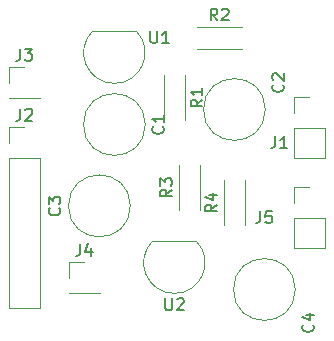
<source format=gbr>
%TF.GenerationSoftware,KiCad,Pcbnew,(5.1.12)-1*%
%TF.CreationDate,2021-11-26T11:14:42+00:00*%
%TF.ProjectId,pepega v.01,70657065-6761-4207-962e-30312e6b6963,rev?*%
%TF.SameCoordinates,Original*%
%TF.FileFunction,Legend,Top*%
%TF.FilePolarity,Positive*%
%FSLAX46Y46*%
G04 Gerber Fmt 4.6, Leading zero omitted, Abs format (unit mm)*
G04 Created by KiCad (PCBNEW (5.1.12)-1) date 2021-11-26 11:14:42*
%MOMM*%
%LPD*%
G01*
G04 APERTURE LIST*
%ADD10C,0.120000*%
%ADD11C,0.150000*%
G04 APERTURE END LIST*
D10*
%TO.C,U2*%
X61490000Y-79430000D02*
X57890000Y-79430000D01*
X57851522Y-79441522D02*
G75*
G03*
X59690000Y-83880000I1838478J-1838478D01*
G01*
X61528478Y-79441522D02*
G75*
G02*
X59690000Y-83880000I-1838478J-1838478D01*
G01*
%TO.C,R1*%
X58770000Y-65390000D02*
X58770000Y-69230000D01*
X60610000Y-65390000D02*
X60610000Y-69230000D01*
%TO.C,U1*%
X56410000Y-61650000D02*
X52810000Y-61650000D01*
X52771522Y-61661522D02*
G75*
G03*
X54610000Y-66100000I1838478J-1838478D01*
G01*
X56448478Y-61661522D02*
G75*
G02*
X54610000Y-66100000I-1838478J-1838478D01*
G01*
%TO.C,R4*%
X65690000Y-78120000D02*
X65690000Y-74280000D01*
X63850000Y-78120000D02*
X63850000Y-74280000D01*
%TO.C,R3*%
X61880000Y-76850000D02*
X61880000Y-73010000D01*
X60040000Y-76850000D02*
X60040000Y-73010000D01*
%TO.C,R2*%
X61580000Y-63150000D02*
X65420000Y-63150000D01*
X61580000Y-61310000D02*
X65420000Y-61310000D01*
%TO.C,J5*%
X69790000Y-74870000D02*
X71120000Y-74870000D01*
X69790000Y-76200000D02*
X69790000Y-74870000D01*
X69790000Y-77470000D02*
X72450000Y-77470000D01*
X72450000Y-77470000D02*
X72450000Y-80070000D01*
X69790000Y-77470000D02*
X69790000Y-80070000D01*
X69790000Y-80070000D02*
X72450000Y-80070000D01*
%TO.C,J4*%
X50740000Y-81220000D02*
X52070000Y-81220000D01*
X50740000Y-82550000D02*
X50740000Y-81220000D01*
X50740000Y-83820000D02*
X53400000Y-83820000D01*
X53400000Y-83820000D02*
X53400000Y-83880000D01*
X50740000Y-83820000D02*
X50740000Y-83880000D01*
X50740000Y-83880000D02*
X53400000Y-83880000D01*
%TO.C,J3*%
X45660000Y-64710000D02*
X46990000Y-64710000D01*
X45660000Y-66040000D02*
X45660000Y-64710000D01*
X45660000Y-67310000D02*
X48320000Y-67310000D01*
X48320000Y-67310000D02*
X48320000Y-67370000D01*
X45660000Y-67310000D02*
X45660000Y-67370000D01*
X45660000Y-67370000D02*
X48320000Y-67370000D01*
%TO.C,J2*%
X45660000Y-69790000D02*
X46990000Y-69790000D01*
X45660000Y-71120000D02*
X45660000Y-69790000D01*
X45660000Y-72390000D02*
X48320000Y-72390000D01*
X48320000Y-72390000D02*
X48320000Y-85150000D01*
X45660000Y-72390000D02*
X45660000Y-85150000D01*
X45660000Y-85150000D02*
X48320000Y-85150000D01*
%TO.C,J1*%
X69790000Y-67250000D02*
X71120000Y-67250000D01*
X69790000Y-68580000D02*
X69790000Y-67250000D01*
X69790000Y-69850000D02*
X72450000Y-69850000D01*
X72450000Y-69850000D02*
X72450000Y-72450000D01*
X69790000Y-69850000D02*
X69790000Y-72450000D01*
X69790000Y-72450000D02*
X72450000Y-72450000D01*
%TO.C,C4*%
X69930000Y-83550000D02*
G75*
G03*
X69930000Y-83550000I-2620000J0D01*
G01*
%TO.C,C3*%
X55960000Y-76470000D02*
G75*
G03*
X55960000Y-76470000I-2620000J0D01*
G01*
%TO.C,C2*%
X67390000Y-68310000D02*
G75*
G03*
X67390000Y-68310000I-2620000J0D01*
G01*
%TO.C,C1*%
X57230000Y-69580000D02*
G75*
G03*
X57230000Y-69580000I-2620000J0D01*
G01*
%TO.C,U2*%
D11*
X58928095Y-84292380D02*
X58928095Y-85101904D01*
X58975714Y-85197142D01*
X59023333Y-85244761D01*
X59118571Y-85292380D01*
X59309047Y-85292380D01*
X59404285Y-85244761D01*
X59451904Y-85197142D01*
X59499523Y-85101904D01*
X59499523Y-84292380D01*
X59928095Y-84387619D02*
X59975714Y-84340000D01*
X60070952Y-84292380D01*
X60309047Y-84292380D01*
X60404285Y-84340000D01*
X60451904Y-84387619D01*
X60499523Y-84482857D01*
X60499523Y-84578095D01*
X60451904Y-84720952D01*
X59880476Y-85292380D01*
X60499523Y-85292380D01*
%TO.C,R1*%
X62062380Y-67476666D02*
X61586190Y-67810000D01*
X62062380Y-68048095D02*
X61062380Y-68048095D01*
X61062380Y-67667142D01*
X61110000Y-67571904D01*
X61157619Y-67524285D01*
X61252857Y-67476666D01*
X61395714Y-67476666D01*
X61490952Y-67524285D01*
X61538571Y-67571904D01*
X61586190Y-67667142D01*
X61586190Y-68048095D01*
X62062380Y-66524285D02*
X62062380Y-67095714D01*
X62062380Y-66810000D02*
X61062380Y-66810000D01*
X61205238Y-66905238D01*
X61300476Y-67000476D01*
X61348095Y-67095714D01*
%TO.C,U1*%
X57658095Y-61682380D02*
X57658095Y-62491904D01*
X57705714Y-62587142D01*
X57753333Y-62634761D01*
X57848571Y-62682380D01*
X58039047Y-62682380D01*
X58134285Y-62634761D01*
X58181904Y-62587142D01*
X58229523Y-62491904D01*
X58229523Y-61682380D01*
X59229523Y-62682380D02*
X58658095Y-62682380D01*
X58943809Y-62682380D02*
X58943809Y-61682380D01*
X58848571Y-61825238D01*
X58753333Y-61920476D01*
X58658095Y-61968095D01*
%TO.C,R4*%
X63302380Y-76366666D02*
X62826190Y-76700000D01*
X63302380Y-76938095D02*
X62302380Y-76938095D01*
X62302380Y-76557142D01*
X62350000Y-76461904D01*
X62397619Y-76414285D01*
X62492857Y-76366666D01*
X62635714Y-76366666D01*
X62730952Y-76414285D01*
X62778571Y-76461904D01*
X62826190Y-76557142D01*
X62826190Y-76938095D01*
X62635714Y-75509523D02*
X63302380Y-75509523D01*
X62254761Y-75747619D02*
X62969047Y-75985714D01*
X62969047Y-75366666D01*
%TO.C,R3*%
X59492380Y-75096666D02*
X59016190Y-75430000D01*
X59492380Y-75668095D02*
X58492380Y-75668095D01*
X58492380Y-75287142D01*
X58540000Y-75191904D01*
X58587619Y-75144285D01*
X58682857Y-75096666D01*
X58825714Y-75096666D01*
X58920952Y-75144285D01*
X58968571Y-75191904D01*
X59016190Y-75287142D01*
X59016190Y-75668095D01*
X58492380Y-74763333D02*
X58492380Y-74144285D01*
X58873333Y-74477619D01*
X58873333Y-74334761D01*
X58920952Y-74239523D01*
X58968571Y-74191904D01*
X59063809Y-74144285D01*
X59301904Y-74144285D01*
X59397142Y-74191904D01*
X59444761Y-74239523D01*
X59492380Y-74334761D01*
X59492380Y-74620476D01*
X59444761Y-74715714D01*
X59397142Y-74763333D01*
%TO.C,R2*%
X63333333Y-60762380D02*
X63000000Y-60286190D01*
X62761904Y-60762380D02*
X62761904Y-59762380D01*
X63142857Y-59762380D01*
X63238095Y-59810000D01*
X63285714Y-59857619D01*
X63333333Y-59952857D01*
X63333333Y-60095714D01*
X63285714Y-60190952D01*
X63238095Y-60238571D01*
X63142857Y-60286190D01*
X62761904Y-60286190D01*
X63714285Y-59857619D02*
X63761904Y-59810000D01*
X63857142Y-59762380D01*
X64095238Y-59762380D01*
X64190476Y-59810000D01*
X64238095Y-59857619D01*
X64285714Y-59952857D01*
X64285714Y-60048095D01*
X64238095Y-60190952D01*
X63666666Y-60762380D01*
X64285714Y-60762380D01*
%TO.C,J5*%
X66976666Y-76922380D02*
X66976666Y-77636666D01*
X66929047Y-77779523D01*
X66833809Y-77874761D01*
X66690952Y-77922380D01*
X66595714Y-77922380D01*
X67929047Y-76922380D02*
X67452857Y-76922380D01*
X67405238Y-77398571D01*
X67452857Y-77350952D01*
X67548095Y-77303333D01*
X67786190Y-77303333D01*
X67881428Y-77350952D01*
X67929047Y-77398571D01*
X67976666Y-77493809D01*
X67976666Y-77731904D01*
X67929047Y-77827142D01*
X67881428Y-77874761D01*
X67786190Y-77922380D01*
X67548095Y-77922380D01*
X67452857Y-77874761D01*
X67405238Y-77827142D01*
%TO.C,J4*%
X51736666Y-79672380D02*
X51736666Y-80386666D01*
X51689047Y-80529523D01*
X51593809Y-80624761D01*
X51450952Y-80672380D01*
X51355714Y-80672380D01*
X52641428Y-80005714D02*
X52641428Y-80672380D01*
X52403333Y-79624761D02*
X52165238Y-80339047D01*
X52784285Y-80339047D01*
%TO.C,J3*%
X46656666Y-63162380D02*
X46656666Y-63876666D01*
X46609047Y-64019523D01*
X46513809Y-64114761D01*
X46370952Y-64162380D01*
X46275714Y-64162380D01*
X47037619Y-63162380D02*
X47656666Y-63162380D01*
X47323333Y-63543333D01*
X47466190Y-63543333D01*
X47561428Y-63590952D01*
X47609047Y-63638571D01*
X47656666Y-63733809D01*
X47656666Y-63971904D01*
X47609047Y-64067142D01*
X47561428Y-64114761D01*
X47466190Y-64162380D01*
X47180476Y-64162380D01*
X47085238Y-64114761D01*
X47037619Y-64067142D01*
%TO.C,J2*%
X46656666Y-68242380D02*
X46656666Y-68956666D01*
X46609047Y-69099523D01*
X46513809Y-69194761D01*
X46370952Y-69242380D01*
X46275714Y-69242380D01*
X47085238Y-68337619D02*
X47132857Y-68290000D01*
X47228095Y-68242380D01*
X47466190Y-68242380D01*
X47561428Y-68290000D01*
X47609047Y-68337619D01*
X47656666Y-68432857D01*
X47656666Y-68528095D01*
X47609047Y-68670952D01*
X47037619Y-69242380D01*
X47656666Y-69242380D01*
%TO.C,J1*%
X68246666Y-70572380D02*
X68246666Y-71286666D01*
X68199047Y-71429523D01*
X68103809Y-71524761D01*
X67960952Y-71572380D01*
X67865714Y-71572380D01*
X69246666Y-71572380D02*
X68675238Y-71572380D01*
X68960952Y-71572380D02*
X68960952Y-70572380D01*
X68865714Y-70715238D01*
X68770476Y-70810476D01*
X68675238Y-70858095D01*
%TO.C,C4*%
X71417142Y-86526666D02*
X71464761Y-86574285D01*
X71512380Y-86717142D01*
X71512380Y-86812380D01*
X71464761Y-86955238D01*
X71369523Y-87050476D01*
X71274285Y-87098095D01*
X71083809Y-87145714D01*
X70940952Y-87145714D01*
X70750476Y-87098095D01*
X70655238Y-87050476D01*
X70560000Y-86955238D01*
X70512380Y-86812380D01*
X70512380Y-86717142D01*
X70560000Y-86574285D01*
X70607619Y-86526666D01*
X70845714Y-85669523D02*
X71512380Y-85669523D01*
X70464761Y-85907619D02*
X71179047Y-86145714D01*
X71179047Y-85526666D01*
%TO.C,C3*%
X49947142Y-76636666D02*
X49994761Y-76684285D01*
X50042380Y-76827142D01*
X50042380Y-76922380D01*
X49994761Y-77065238D01*
X49899523Y-77160476D01*
X49804285Y-77208095D01*
X49613809Y-77255714D01*
X49470952Y-77255714D01*
X49280476Y-77208095D01*
X49185238Y-77160476D01*
X49090000Y-77065238D01*
X49042380Y-76922380D01*
X49042380Y-76827142D01*
X49090000Y-76684285D01*
X49137619Y-76636666D01*
X49042380Y-76303333D02*
X49042380Y-75684285D01*
X49423333Y-76017619D01*
X49423333Y-75874761D01*
X49470952Y-75779523D01*
X49518571Y-75731904D01*
X49613809Y-75684285D01*
X49851904Y-75684285D01*
X49947142Y-75731904D01*
X49994761Y-75779523D01*
X50042380Y-75874761D01*
X50042380Y-76160476D01*
X49994761Y-76255714D01*
X49947142Y-76303333D01*
%TO.C,C2*%
X68877142Y-66206666D02*
X68924761Y-66254285D01*
X68972380Y-66397142D01*
X68972380Y-66492380D01*
X68924761Y-66635238D01*
X68829523Y-66730476D01*
X68734285Y-66778095D01*
X68543809Y-66825714D01*
X68400952Y-66825714D01*
X68210476Y-66778095D01*
X68115238Y-66730476D01*
X68020000Y-66635238D01*
X67972380Y-66492380D01*
X67972380Y-66397142D01*
X68020000Y-66254285D01*
X68067619Y-66206666D01*
X68067619Y-65825714D02*
X68020000Y-65778095D01*
X67972380Y-65682857D01*
X67972380Y-65444761D01*
X68020000Y-65349523D01*
X68067619Y-65301904D01*
X68162857Y-65254285D01*
X68258095Y-65254285D01*
X68400952Y-65301904D01*
X68972380Y-65873333D01*
X68972380Y-65254285D01*
%TO.C,C1*%
X58717142Y-69746666D02*
X58764761Y-69794285D01*
X58812380Y-69937142D01*
X58812380Y-70032380D01*
X58764761Y-70175238D01*
X58669523Y-70270476D01*
X58574285Y-70318095D01*
X58383809Y-70365714D01*
X58240952Y-70365714D01*
X58050476Y-70318095D01*
X57955238Y-70270476D01*
X57860000Y-70175238D01*
X57812380Y-70032380D01*
X57812380Y-69937142D01*
X57860000Y-69794285D01*
X57907619Y-69746666D01*
X58812380Y-68794285D02*
X58812380Y-69365714D01*
X58812380Y-69080000D02*
X57812380Y-69080000D01*
X57955238Y-69175238D01*
X58050476Y-69270476D01*
X58098095Y-69365714D01*
%TD*%
M02*

</source>
